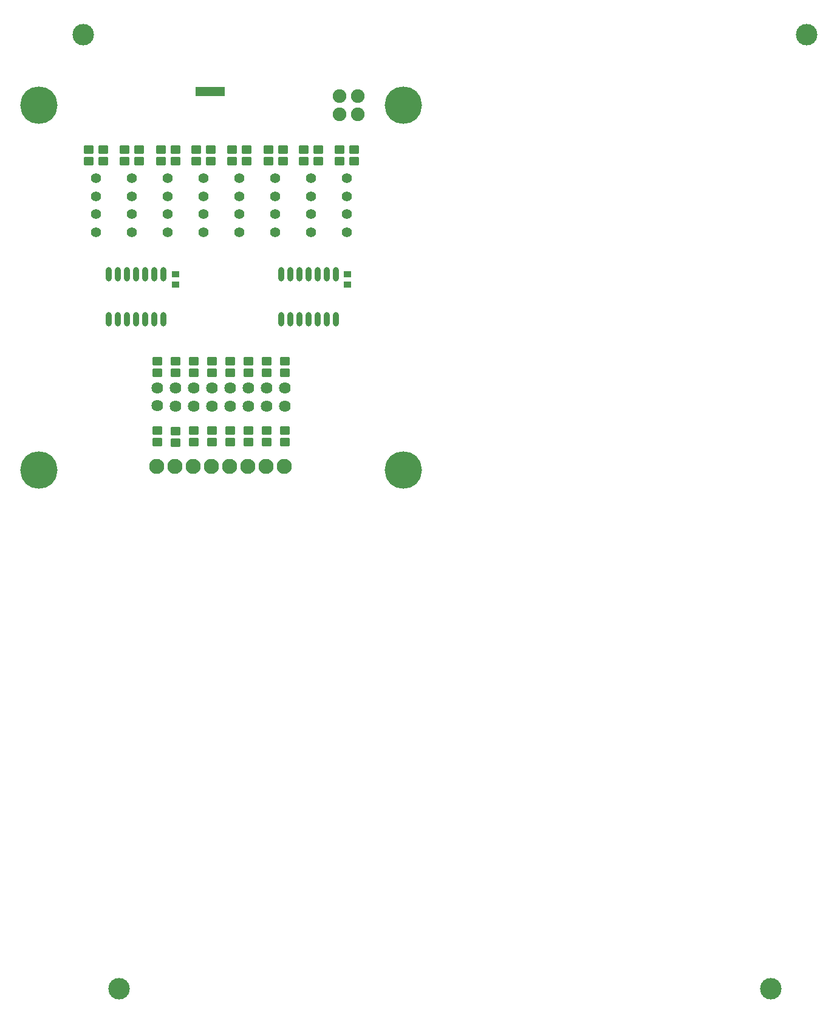
<source format=gbs>
G04 Layer: BottomSolderMaskLayer*
G04 EasyEDA v6.5.29, 2023-07-09 12:41:00*
G04 4e8154f8966d48969a3891fccebbae35,5a6b42c53f6a479593ecc07194224c93,10*
G04 Gerber Generator version 0.2*
G04 Scale: 100 percent, Rotated: No, Reflected: No *
G04 Dimensions in millimeters *
G04 leading zeros omitted , absolute positions ,4 integer and 5 decimal *
%FSLAX45Y45*%
%MOMM*%

%AMMACRO1*1,1,$1,$2,$3*1,1,$1,$4,$5*1,1,$1,0-$2,0-$3*1,1,$1,0-$4,0-$5*20,1,$1,$2,$3,$4,$5,0*20,1,$1,$4,$5,0-$2,0-$3,0*20,1,$1,0-$2,0-$3,0-$4,0-$5,0*20,1,$1,0-$4,0-$5,$2,$3,0*4,1,4,$2,$3,$4,$5,0-$2,0-$3,0-$4,0-$5,$2,$3,0*%
%ADD10MACRO1,0.2032X0.55X-0.5X0.55X0.5*%
%ADD11O,0.8031988000000001X2.0031963999999998*%
%ADD12MACRO1,0.1016X-0.45X0.4X-0.45X-0.4*%
%ADD13R,1.0016X0.9016*%
%ADD14C,5.2032*%
%ADD15C,1.6256*%
%ADD16C,2.1016*%
%ADD17C,1.4016*%
%ADD18C,1.9016*%
%ADD19C,3.0000*%

%LPD*%
D10*
G01*
X4076705Y4842510D03*
G01*
X4076705Y4682510D03*
G01*
X4279905Y4842510D03*
G01*
X4279905Y4682510D03*
G01*
X3784607Y4842510D03*
G01*
X3784607Y4682510D03*
G01*
X3581407Y4842510D03*
G01*
X3581407Y4682510D03*
G01*
X3276607Y4842510D03*
G01*
X3276607Y4682510D03*
G01*
X3073407Y4842510D03*
G01*
X3073407Y4682510D03*
G01*
X2781307Y4842510D03*
G01*
X2781307Y4682510D03*
G01*
X2578110Y4842510D03*
G01*
X2578110Y4682510D03*
G01*
X2286010Y4842510D03*
G01*
X2286010Y4682510D03*
G01*
X2082810Y4842510D03*
G01*
X2082810Y4682510D03*
G01*
X1778010Y4842510D03*
G01*
X1778010Y4682510D03*
G01*
X1574810Y4842510D03*
G01*
X1574810Y4682510D03*
G01*
X1282712Y4842510D03*
G01*
X1282712Y4682510D03*
G01*
X1079512Y4842510D03*
G01*
X1079512Y4682510D03*
G01*
X4775205Y4842510D03*
G01*
X4775205Y4682510D03*
G01*
X4572005Y4842510D03*
G01*
X4572005Y4682510D03*
G01*
X3556010Y929901D03*
G01*
X3556010Y769901D03*
G01*
X3302010Y929901D03*
G01*
X3302010Y769901D03*
G01*
X3048010Y929901D03*
G01*
X3048010Y769901D03*
G01*
X2794010Y929901D03*
G01*
X2794010Y769901D03*
G01*
X2540010Y929901D03*
G01*
X2540010Y769901D03*
G01*
X2288811Y926304D03*
G01*
X2288811Y766305D03*
G01*
X2032010Y929901D03*
G01*
X2032010Y769901D03*
G01*
X3556007Y1896115D03*
G01*
X3556007Y1736115D03*
G01*
X3302007Y1896115D03*
G01*
X3302007Y1736115D03*
G01*
X3048007Y1896115D03*
G01*
X3048007Y1736115D03*
G01*
X2794007Y1896115D03*
G01*
X2794007Y1736115D03*
G01*
X2540007Y1896115D03*
G01*
X2540007Y1736115D03*
G01*
X2286007Y1896115D03*
G01*
X2286007Y1736115D03*
G01*
X2032007Y1896115D03*
G01*
X2032007Y1736115D03*
G01*
X3810010Y929901D03*
G01*
X3810010Y769901D03*
D11*
G01*
X1359204Y3104032D03*
G01*
X1486204Y3104032D03*
G01*
X1613204Y3104032D03*
G01*
X1740204Y3104032D03*
G01*
X1867204Y3104032D03*
G01*
X1994204Y3104032D03*
G01*
X2121204Y3104032D03*
G01*
X1359204Y2484018D03*
G01*
X1486204Y2484018D03*
G01*
X1613204Y2484018D03*
G01*
X1740204Y2484018D03*
G01*
X1867204Y2484018D03*
G01*
X1994204Y2484018D03*
G01*
X2121204Y2484018D03*
G01*
X3759200Y3104032D03*
G01*
X3886200Y3104032D03*
G01*
X4013200Y3104032D03*
G01*
X4140200Y3104032D03*
G01*
X4267200Y3104032D03*
G01*
X4394200Y3104032D03*
G01*
X4521200Y3104032D03*
G01*
X3759200Y2484018D03*
G01*
X3886200Y2484018D03*
G01*
X4013200Y2484018D03*
G01*
X4140200Y2484018D03*
G01*
X4267200Y2484018D03*
G01*
X4394200Y2484018D03*
G01*
X4521200Y2484018D03*
D12*
G01*
X2286307Y2965301D03*
D13*
G01*
X2286304Y3105302D03*
D12*
G01*
X4686302Y2965301D03*
G01*
X4686302Y3105299D03*
D10*
G01*
X3810007Y1896115D03*
G01*
X3810007Y1736115D03*
D14*
G01*
X381000Y5461000D03*
G01*
X5461000Y5461000D03*
G01*
X5461000Y381000D03*
G01*
X381000Y381000D03*
D15*
G01*
X3556000Y1270000D03*
G01*
X3556000Y1524000D03*
G01*
X2286000Y1270000D03*
G01*
X2286000Y1524000D03*
D16*
G01*
X3807206Y435406D03*
G01*
X3553206Y435406D03*
G01*
X3299206Y435406D03*
G01*
X3045206Y435406D03*
G01*
X2791206Y435406D03*
G01*
X2537206Y435406D03*
G01*
X2283206Y435406D03*
G01*
X2029206Y435406D03*
D15*
G01*
X2032000Y1282700D03*
G01*
X2032000Y1524000D03*
G01*
X2794000Y1524000D03*
G01*
X2794000Y1270000D03*
G01*
X2540000Y1524000D03*
G01*
X2540000Y1270000D03*
G01*
X3810000Y1270000D03*
G01*
X3810000Y1524000D03*
G01*
X3302000Y1524000D03*
G01*
X3302000Y1270000D03*
G01*
X3048000Y1524000D03*
G01*
X3048000Y1270000D03*
D17*
G01*
X4681093Y3695700D03*
G01*
X4681093Y3945712D03*
G01*
X4681093Y4195698D03*
G01*
X4681093Y4445711D03*
G01*
X4181093Y3695700D03*
G01*
X4181093Y4445711D03*
G01*
X4181093Y4195698D03*
G01*
X4181093Y3945712D03*
G01*
X3681095Y3945712D03*
G01*
X3681095Y4195698D03*
G01*
X3681095Y4445711D03*
G01*
X3681095Y3695700D03*
G01*
X3181095Y3945712D03*
G01*
X3181095Y4195698D03*
G01*
X3181095Y4445711D03*
G01*
X3181095Y3695700D03*
G01*
X2681097Y3945712D03*
G01*
X2681097Y4195698D03*
G01*
X2681097Y4445711D03*
G01*
X2681097Y3695700D03*
G01*
X2181097Y3945712D03*
G01*
X2181097Y4195698D03*
G01*
X2181097Y4445711D03*
G01*
X2181097Y3695700D03*
G01*
X1681098Y3945712D03*
G01*
X1681098Y4195698D03*
G01*
X1681098Y4445711D03*
G01*
X1681098Y3695700D03*
G01*
X1181100Y3945712D03*
G01*
X1181100Y4195698D03*
G01*
X1181100Y4445711D03*
G01*
X1181100Y3695700D03*
D18*
G01*
X4572000Y5588000D03*
G01*
X4572000Y5334000D03*
G01*
X4826000Y5334000D03*
G01*
X4826000Y5588000D03*
D19*
G01*
X999997Y6441998D03*
G01*
X11084001Y6441998D03*
G01*
X1499996Y-6841997D03*
G01*
X10584002Y-6841997D03*
G36*
X2565400Y5715000D02*
G01*
X2971800Y5715000D01*
X2971800Y5588000D01*
X2565400Y5588000D01*
G37*
M02*

</source>
